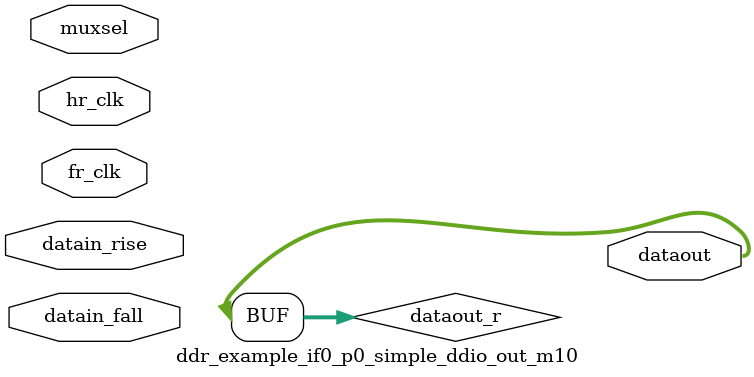
<source format=sv>




`timescale 1 ps / 1 ps

module ddr_example_if0_p0_simple_ddio_out_m10(
	hr_clk,
	fr_clk,
	datain_rise,
        datain_fall,
        muxsel,
	dataout
);

// *****************************************************************
// BEGIN PARAMETER SECTION

parameter DATA_WIDTH = ""; 

// END PARAMETER SECTION
// *****************************************************************

input	hr_clk;
input   fr_clk;
input	[DATA_WIDTH-1:0] datain_rise;
input   [DATA_WIDTH-1:0] datain_fall;
input   muxsel;
output	[DATA_WIDTH-1:0] dataout;

generate
genvar i, j;
	(* altera_attribute = {"-name ALLOW_SYNCH_CTRL_USAGE OFF"}*) reg [DATA_WIDTH-1:0] datain_r /* synthesis dont_merge syn_noprune syn_preserve = 1 */;
	(* altera_attribute = {"-name ALLOW_SYNCH_CTRL_USAGE OFF"}*) reg [DATA_WIDTH-1:0] datain_f /* synthesis dont_merge syn_noprune syn_preserve = 1 */;


        always_ff @ (posedge hr_clk )
	begin
		datain_r <= datain_rise;
	end

        always_ff @ (negedge hr_clk)
        begin
                datain_f <= datain_fall;
        end


	reg [DATA_WIDTH-1:0] dataout_r /* synthesis dont_merge syn_noprune syn_preserve = 1 */;
	for (i=0; i<DATA_WIDTH; i=i+1)
	begin: ddio_group

                always_ff @ (posedge fr_clk)
                begin
                        if (muxsel)
                        begin
			        dataout_r[i] <= datain_f;
                        end else begin
                                dataout_r[i] <= datain_r;
                        end
		end
	end
	
	assign dataout = dataout_r;
	
endgenerate
endmodule

</source>
